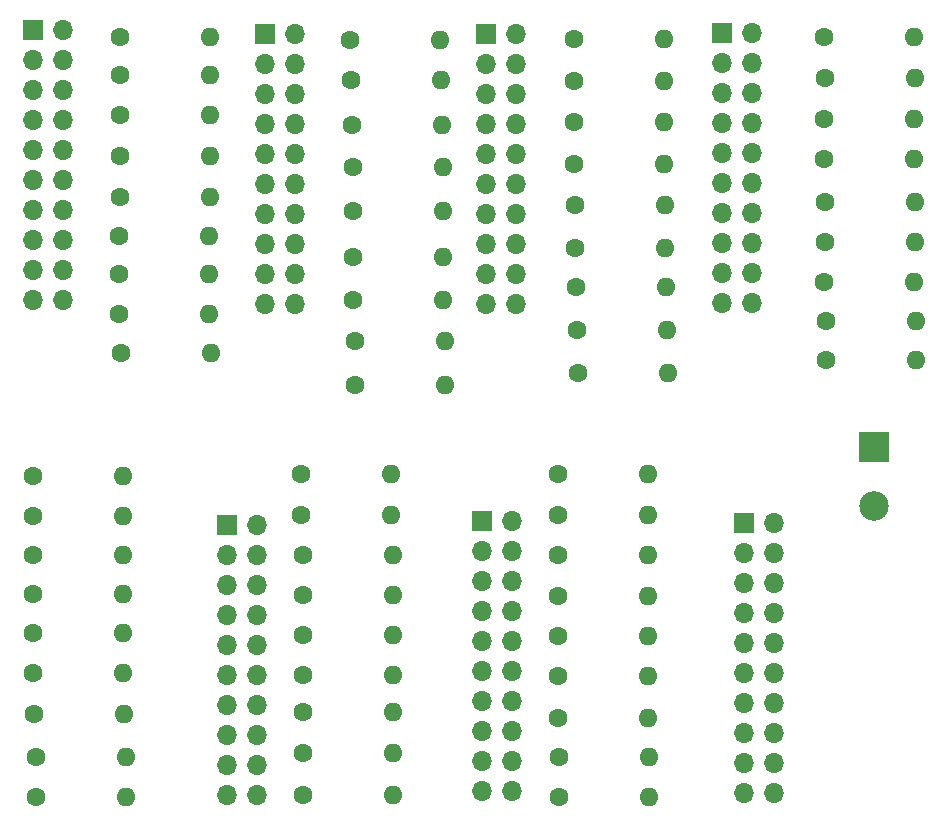
<source format=gbr>
%TF.GenerationSoftware,KiCad,Pcbnew,7.0.1*%
%TF.CreationDate,2025-02-25T21:51:13-03:00*%
%TF.ProjectId,resistorDecade,72657369-7374-46f7-9244-65636164652e,rev?*%
%TF.SameCoordinates,Original*%
%TF.FileFunction,Soldermask,Bot*%
%TF.FilePolarity,Negative*%
%FSLAX46Y46*%
G04 Gerber Fmt 4.6, Leading zero omitted, Abs format (unit mm)*
G04 Created by KiCad (PCBNEW 7.0.1) date 2025-02-25 21:51:13*
%MOMM*%
%LPD*%
G01*
G04 APERTURE LIST*
%ADD10C,1.600000*%
%ADD11O,1.600000X1.600000*%
%ADD12R,1.700000X1.700000*%
%ADD13O,1.700000X1.700000*%
%ADD14R,2.500000X2.500000*%
%ADD15C,2.500000*%
G04 APERTURE END LIST*
D10*
%TO.C,R16*%
X123990000Y-71900000D03*
D11*
X131610000Y-71900000D03*
%TD*%
D10*
%TO.C,R3*%
X104240000Y-56300000D03*
D11*
X111860000Y-56300000D03*
%TD*%
D10*
%TO.C,R54*%
X119680000Y-113800000D03*
D11*
X127300000Y-113800000D03*
%TD*%
D10*
%TO.C,R15*%
X123990000Y-68300000D03*
D11*
X131610000Y-68300000D03*
%TD*%
D12*
%TO.C,J2*%
X116475000Y-49420000D03*
D13*
X119015000Y-49420000D03*
X116475000Y-51960000D03*
X119015000Y-51960000D03*
X116475000Y-54500000D03*
X119015000Y-54500000D03*
X116475000Y-57040000D03*
X119015000Y-57040000D03*
X116475000Y-59580000D03*
X119015000Y-59580000D03*
X116475000Y-62120000D03*
X119015000Y-62120000D03*
X116475000Y-64660000D03*
X119015000Y-64660000D03*
X116475000Y-67200000D03*
X119015000Y-67200000D03*
X116475000Y-69740000D03*
X119015000Y-69740000D03*
X116475000Y-72280000D03*
X119015000Y-72280000D03*
%TD*%
D10*
%TO.C,R13*%
X123990000Y-60700000D03*
D11*
X131610000Y-60700000D03*
%TD*%
D10*
%TO.C,R1*%
X104240000Y-49670000D03*
D11*
X111860000Y-49670000D03*
%TD*%
D10*
%TO.C,R29*%
X163880000Y-53100000D03*
D11*
X171500000Y-53100000D03*
%TD*%
D10*
%TO.C,R36*%
X163980000Y-77000000D03*
D11*
X171600000Y-77000000D03*
%TD*%
D10*
%TO.C,R46*%
X119580000Y-86700000D03*
D11*
X127200000Y-86700000D03*
%TD*%
D10*
%TO.C,R63*%
X141380000Y-114000000D03*
D11*
X149000000Y-114000000D03*
%TD*%
D10*
%TO.C,R28*%
X163870000Y-49675000D03*
D11*
X171490000Y-49675000D03*
%TD*%
D10*
%TO.C,R56*%
X141280000Y-90100000D03*
D11*
X148900000Y-90100000D03*
%TD*%
D10*
%TO.C,R43*%
X96980000Y-107000000D03*
D11*
X104600000Y-107000000D03*
%TD*%
D10*
%TO.C,R2*%
X104240000Y-52900000D03*
D11*
X111860000Y-52900000D03*
%TD*%
D10*
%TO.C,R4*%
X104240000Y-59700000D03*
D11*
X111860000Y-59700000D03*
%TD*%
D10*
%TO.C,R32*%
X163880000Y-63600000D03*
D11*
X171500000Y-63600000D03*
%TD*%
D10*
%TO.C,R58*%
X141305000Y-97000000D03*
D11*
X148925000Y-97000000D03*
%TD*%
D10*
%TO.C,R19*%
X142640000Y-49875000D03*
D11*
X150260000Y-49875000D03*
%TD*%
D10*
%TO.C,R6*%
X104180000Y-66500000D03*
D11*
X111800000Y-66500000D03*
%TD*%
D10*
%TO.C,R24*%
X142780000Y-67500000D03*
D11*
X150400000Y-67500000D03*
%TD*%
D10*
%TO.C,R57*%
X141280000Y-93500000D03*
D11*
X148900000Y-93500000D03*
%TD*%
D14*
%TO.C,J1*%
X168100000Y-84400000D03*
D15*
X168100000Y-89400000D03*
%TD*%
D10*
%TO.C,R7*%
X104180000Y-69700000D03*
D11*
X111800000Y-69700000D03*
%TD*%
D10*
%TO.C,R44*%
X97080000Y-110600000D03*
D11*
X104700000Y-110600000D03*
%TD*%
D10*
%TO.C,R59*%
X141280000Y-100400000D03*
D11*
X148900000Y-100400000D03*
%TD*%
D10*
%TO.C,R39*%
X96880000Y-93500000D03*
D11*
X104500000Y-93500000D03*
%TD*%
D10*
%TO.C,R37*%
X96830000Y-86810000D03*
D11*
X104450000Y-86810000D03*
%TD*%
D10*
%TO.C,R17*%
X124090000Y-75400000D03*
D11*
X131710000Y-75400000D03*
%TD*%
D10*
%TO.C,R38*%
X96880000Y-90200000D03*
D11*
X104500000Y-90200000D03*
%TD*%
D10*
%TO.C,R33*%
X163880000Y-67000000D03*
D11*
X171500000Y-67000000D03*
%TD*%
D10*
%TO.C,R18*%
X124090000Y-79100000D03*
D11*
X131710000Y-79100000D03*
%TD*%
D10*
%TO.C,R31*%
X163870000Y-60000000D03*
D11*
X171490000Y-60000000D03*
%TD*%
D10*
%TO.C,R10*%
X123730000Y-49880000D03*
D11*
X131350000Y-49880000D03*
%TD*%
D10*
%TO.C,R48*%
X119680000Y-93500000D03*
D11*
X127300000Y-93500000D03*
%TD*%
D10*
%TO.C,R51*%
X119680000Y-103700000D03*
D11*
X127300000Y-103700000D03*
%TD*%
D10*
%TO.C,R26*%
X142890000Y-74500000D03*
D11*
X150510000Y-74500000D03*
%TD*%
D12*
%TO.C,J4*%
X155175000Y-49350000D03*
D13*
X157715000Y-49350000D03*
X155175000Y-51890000D03*
X157715000Y-51890000D03*
X155175000Y-54430000D03*
X157715000Y-54430000D03*
X155175000Y-56970000D03*
X157715000Y-56970000D03*
X155175000Y-59510000D03*
X157715000Y-59510000D03*
X155175000Y-62050000D03*
X157715000Y-62050000D03*
X155175000Y-64590000D03*
X157715000Y-64590000D03*
X155175000Y-67130000D03*
X157715000Y-67130000D03*
X155175000Y-69670000D03*
X157715000Y-69670000D03*
X155175000Y-72210000D03*
X157715000Y-72210000D03*
%TD*%
D10*
%TO.C,R20*%
X142680000Y-53400000D03*
D11*
X150300000Y-53400000D03*
%TD*%
D10*
%TO.C,R61*%
X141305000Y-107300000D03*
D11*
X148925000Y-107300000D03*
%TD*%
D12*
%TO.C,J6*%
X134860000Y-90640000D03*
D13*
X137400000Y-90640000D03*
X134860000Y-93180000D03*
X137400000Y-93180000D03*
X134860000Y-95720000D03*
X137400000Y-95720000D03*
X134860000Y-98260000D03*
X137400000Y-98260000D03*
X134860000Y-100800000D03*
X137400000Y-100800000D03*
X134860000Y-103340000D03*
X137400000Y-103340000D03*
X134860000Y-105880000D03*
X137400000Y-105880000D03*
X134860000Y-108420000D03*
X137400000Y-108420000D03*
X134860000Y-110960000D03*
X137400000Y-110960000D03*
X134860000Y-113500000D03*
X137400000Y-113500000D03*
%TD*%
D10*
%TO.C,R25*%
X142790000Y-70800000D03*
D11*
X150410000Y-70800000D03*
%TD*%
D10*
%TO.C,R8*%
X104180000Y-73100000D03*
D11*
X111800000Y-73100000D03*
%TD*%
D10*
%TO.C,R11*%
X123780000Y-53300000D03*
D11*
X131400000Y-53300000D03*
%TD*%
D10*
%TO.C,R23*%
X142780000Y-63900000D03*
D11*
X150400000Y-63900000D03*
%TD*%
D12*
%TO.C,J5*%
X113260000Y-91000000D03*
D13*
X115800000Y-91000000D03*
X113260000Y-93540000D03*
X115800000Y-93540000D03*
X113260000Y-96080000D03*
X115800000Y-96080000D03*
X113260000Y-98620000D03*
X115800000Y-98620000D03*
X113260000Y-101160000D03*
X115800000Y-101160000D03*
X113260000Y-103700000D03*
X115800000Y-103700000D03*
X113260000Y-106240000D03*
X115800000Y-106240000D03*
X113260000Y-108780000D03*
X115800000Y-108780000D03*
X113260000Y-111320000D03*
X115800000Y-111320000D03*
X113260000Y-113860000D03*
X115800000Y-113860000D03*
%TD*%
D10*
%TO.C,R5*%
X104240000Y-63200000D03*
D11*
X111860000Y-63200000D03*
%TD*%
D10*
%TO.C,R55*%
X141280000Y-86700000D03*
D11*
X148900000Y-86700000D03*
%TD*%
D10*
%TO.C,R30*%
X163870000Y-56600000D03*
D11*
X171490000Y-56600000D03*
%TD*%
D10*
%TO.C,R22*%
X142690000Y-60400000D03*
D11*
X150310000Y-60400000D03*
%TD*%
D10*
%TO.C,R41*%
X96880000Y-100100000D03*
D11*
X104500000Y-100100000D03*
%TD*%
D10*
%TO.C,R62*%
X141380000Y-110600000D03*
D11*
X149000000Y-110600000D03*
%TD*%
D10*
%TO.C,R53*%
X119680000Y-110300000D03*
D11*
X127300000Y-110300000D03*
%TD*%
D10*
%TO.C,R60*%
X141280000Y-103800000D03*
D11*
X148900000Y-103800000D03*
%TD*%
D10*
%TO.C,R35*%
X163980000Y-73700000D03*
D11*
X171600000Y-73700000D03*
%TD*%
D10*
%TO.C,R42*%
X96880000Y-103500000D03*
D11*
X104500000Y-103500000D03*
%TD*%
D10*
%TO.C,R40*%
X96880000Y-96800000D03*
D11*
X104500000Y-96800000D03*
%TD*%
D10*
%TO.C,R49*%
X119680000Y-96900000D03*
D11*
X127300000Y-96900000D03*
%TD*%
D10*
%TO.C,R47*%
X119580000Y-90100000D03*
D11*
X127200000Y-90100000D03*
%TD*%
D10*
%TO.C,R52*%
X119680000Y-106800000D03*
D11*
X127300000Y-106800000D03*
%TD*%
D10*
%TO.C,R45*%
X97080000Y-114000000D03*
D11*
X104700000Y-114000000D03*
%TD*%
D10*
%TO.C,R9*%
X104280000Y-76400000D03*
D11*
X111900000Y-76400000D03*
%TD*%
D10*
%TO.C,R21*%
X142640000Y-56900000D03*
D11*
X150260000Y-56900000D03*
%TD*%
D10*
%TO.C,R34*%
X163870000Y-70400000D03*
D11*
X171490000Y-70400000D03*
%TD*%
D12*
%TO.C,J3*%
X135225000Y-49400000D03*
D13*
X137765000Y-49400000D03*
X135225000Y-51940000D03*
X137765000Y-51940000D03*
X135225000Y-54480000D03*
X137765000Y-54480000D03*
X135225000Y-57020000D03*
X137765000Y-57020000D03*
X135225000Y-59560000D03*
X137765000Y-59560000D03*
X135225000Y-62100000D03*
X137765000Y-62100000D03*
X135225000Y-64640000D03*
X137765000Y-64640000D03*
X135225000Y-67180000D03*
X137765000Y-67180000D03*
X135225000Y-69720000D03*
X137765000Y-69720000D03*
X135225000Y-72260000D03*
X137765000Y-72260000D03*
%TD*%
D10*
%TO.C,R14*%
X123990000Y-64400000D03*
D11*
X131610000Y-64400000D03*
%TD*%
D10*
%TO.C,R50*%
X119680000Y-100300000D03*
D11*
X127300000Y-100300000D03*
%TD*%
D12*
%TO.C,J9*%
X96825000Y-49050000D03*
D13*
X99365000Y-49050000D03*
X96825000Y-51590000D03*
X99365000Y-51590000D03*
X96825000Y-54130000D03*
X99365000Y-54130000D03*
X96825000Y-56670000D03*
X99365000Y-56670000D03*
X96825000Y-59210000D03*
X99365000Y-59210000D03*
X96825000Y-61750000D03*
X99365000Y-61750000D03*
X96825000Y-64290000D03*
X99365000Y-64290000D03*
X96825000Y-66830000D03*
X99365000Y-66830000D03*
X96825000Y-69370000D03*
X99365000Y-69370000D03*
X96825000Y-71910000D03*
X99365000Y-71910000D03*
%TD*%
D10*
%TO.C,R27*%
X142980000Y-78100000D03*
D11*
X150600000Y-78100000D03*
%TD*%
D10*
%TO.C,R12*%
X123890000Y-57100000D03*
D11*
X131510000Y-57100000D03*
%TD*%
D12*
%TO.C,J7*%
X157060000Y-90780000D03*
D13*
X159600000Y-90780000D03*
X157060000Y-93320000D03*
X159600000Y-93320000D03*
X157060000Y-95860000D03*
X159600000Y-95860000D03*
X157060000Y-98400000D03*
X159600000Y-98400000D03*
X157060000Y-100940000D03*
X159600000Y-100940000D03*
X157060000Y-103480000D03*
X159600000Y-103480000D03*
X157060000Y-106020000D03*
X159600000Y-106020000D03*
X157060000Y-108560000D03*
X159600000Y-108560000D03*
X157060000Y-111100000D03*
X159600000Y-111100000D03*
X157060000Y-113640000D03*
X159600000Y-113640000D03*
%TD*%
M02*

</source>
